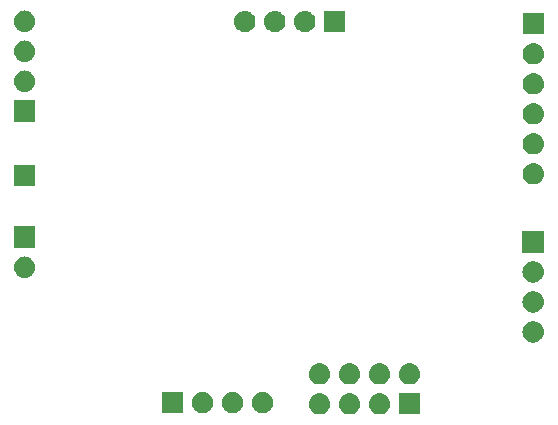
<source format=gbr>
G04 #@! TF.GenerationSoftware,KiCad,Pcbnew,5.0.2-bee76a0~70~ubuntu16.04.1*
G04 #@! TF.CreationDate,2021-02-05T17:40:51+03:00*
G04 #@! TF.ProjectId,das_auto_schema,6461735f-6175-4746-9f5f-736368656d61,rev?*
G04 #@! TF.SameCoordinates,Original*
G04 #@! TF.FileFunction,Soldermask,Bot*
G04 #@! TF.FilePolarity,Negative*
%FSLAX46Y46*%
G04 Gerber Fmt 4.6, Leading zero omitted, Abs format (unit mm)*
G04 Created by KiCad (PCBNEW 5.0.2-bee76a0~70~ubuntu16.04.1) date Fr 05 Feb 2021 17:40:51 MSK*
%MOMM*%
%LPD*%
G01*
G04 APERTURE LIST*
%ADD10C,0.100000*%
G04 APERTURE END LIST*
D10*
G36*
X144966643Y-94990519D02*
X145032827Y-94997037D01*
X145143539Y-95030621D01*
X145202667Y-95048557D01*
X145341287Y-95122652D01*
X145359191Y-95132222D01*
X145394929Y-95161552D01*
X145496386Y-95244814D01*
X145579648Y-95346271D01*
X145608978Y-95382009D01*
X145608979Y-95382011D01*
X145692643Y-95538533D01*
X145692643Y-95538534D01*
X145744163Y-95708373D01*
X145761559Y-95885000D01*
X145744163Y-96061627D01*
X145709816Y-96174853D01*
X145692643Y-96231467D01*
X145663286Y-96286389D01*
X145608978Y-96387991D01*
X145579767Y-96423585D01*
X145496386Y-96525186D01*
X145394929Y-96608448D01*
X145359191Y-96637778D01*
X145359189Y-96637779D01*
X145202667Y-96721443D01*
X145146053Y-96738616D01*
X145032827Y-96772963D01*
X144966642Y-96779482D01*
X144900460Y-96786000D01*
X144811940Y-96786000D01*
X144745758Y-96779482D01*
X144679573Y-96772963D01*
X144566347Y-96738616D01*
X144509733Y-96721443D01*
X144353211Y-96637779D01*
X144353209Y-96637778D01*
X144317471Y-96608448D01*
X144216014Y-96525186D01*
X144132633Y-96423585D01*
X144103422Y-96387991D01*
X144049114Y-96286389D01*
X144019757Y-96231467D01*
X144002584Y-96174853D01*
X143968237Y-96061627D01*
X143950841Y-95885000D01*
X143968237Y-95708373D01*
X144019757Y-95538534D01*
X144019757Y-95538533D01*
X144103421Y-95382011D01*
X144103422Y-95382009D01*
X144132752Y-95346271D01*
X144216014Y-95244814D01*
X144317471Y-95161552D01*
X144353209Y-95132222D01*
X144371113Y-95122652D01*
X144509733Y-95048557D01*
X144568861Y-95030621D01*
X144679573Y-94997037D01*
X144745757Y-94990519D01*
X144811940Y-94984000D01*
X144900460Y-94984000D01*
X144966643Y-94990519D01*
X144966643Y-94990519D01*
G37*
G36*
X150046643Y-94990519D02*
X150112827Y-94997037D01*
X150223539Y-95030621D01*
X150282667Y-95048557D01*
X150421287Y-95122652D01*
X150439191Y-95132222D01*
X150474929Y-95161552D01*
X150576386Y-95244814D01*
X150659648Y-95346271D01*
X150688978Y-95382009D01*
X150688979Y-95382011D01*
X150772643Y-95538533D01*
X150772643Y-95538534D01*
X150824163Y-95708373D01*
X150841559Y-95885000D01*
X150824163Y-96061627D01*
X150789816Y-96174853D01*
X150772643Y-96231467D01*
X150743286Y-96286389D01*
X150688978Y-96387991D01*
X150659767Y-96423585D01*
X150576386Y-96525186D01*
X150474929Y-96608448D01*
X150439191Y-96637778D01*
X150439189Y-96637779D01*
X150282667Y-96721443D01*
X150226053Y-96738616D01*
X150112827Y-96772963D01*
X150046642Y-96779482D01*
X149980460Y-96786000D01*
X149891940Y-96786000D01*
X149825758Y-96779482D01*
X149759573Y-96772963D01*
X149646347Y-96738616D01*
X149589733Y-96721443D01*
X149433211Y-96637779D01*
X149433209Y-96637778D01*
X149397471Y-96608448D01*
X149296014Y-96525186D01*
X149212633Y-96423585D01*
X149183422Y-96387991D01*
X149129114Y-96286389D01*
X149099757Y-96231467D01*
X149082584Y-96174853D01*
X149048237Y-96061627D01*
X149030841Y-95885000D01*
X149048237Y-95708373D01*
X149099757Y-95538534D01*
X149099757Y-95538533D01*
X149183421Y-95382011D01*
X149183422Y-95382009D01*
X149212752Y-95346271D01*
X149296014Y-95244814D01*
X149397471Y-95161552D01*
X149433209Y-95132222D01*
X149451113Y-95122652D01*
X149589733Y-95048557D01*
X149648861Y-95030621D01*
X149759573Y-94997037D01*
X149825757Y-94990519D01*
X149891940Y-94984000D01*
X149980460Y-94984000D01*
X150046643Y-94990519D01*
X150046643Y-94990519D01*
G37*
G36*
X153377200Y-96786000D02*
X151575200Y-96786000D01*
X151575200Y-94984000D01*
X153377200Y-94984000D01*
X153377200Y-96786000D01*
X153377200Y-96786000D01*
G37*
G36*
X147506643Y-94990519D02*
X147572827Y-94997037D01*
X147683539Y-95030621D01*
X147742667Y-95048557D01*
X147881287Y-95122652D01*
X147899191Y-95132222D01*
X147934929Y-95161552D01*
X148036386Y-95244814D01*
X148119648Y-95346271D01*
X148148978Y-95382009D01*
X148148979Y-95382011D01*
X148232643Y-95538533D01*
X148232643Y-95538534D01*
X148284163Y-95708373D01*
X148301559Y-95885000D01*
X148284163Y-96061627D01*
X148249816Y-96174853D01*
X148232643Y-96231467D01*
X148203286Y-96286389D01*
X148148978Y-96387991D01*
X148119767Y-96423585D01*
X148036386Y-96525186D01*
X147934929Y-96608448D01*
X147899191Y-96637778D01*
X147899189Y-96637779D01*
X147742667Y-96721443D01*
X147686053Y-96738616D01*
X147572827Y-96772963D01*
X147506642Y-96779482D01*
X147440460Y-96786000D01*
X147351940Y-96786000D01*
X147285758Y-96779482D01*
X147219573Y-96772963D01*
X147106347Y-96738616D01*
X147049733Y-96721443D01*
X146893211Y-96637779D01*
X146893209Y-96637778D01*
X146857471Y-96608448D01*
X146756014Y-96525186D01*
X146672633Y-96423585D01*
X146643422Y-96387991D01*
X146589114Y-96286389D01*
X146559757Y-96231467D01*
X146542584Y-96174853D01*
X146508237Y-96061627D01*
X146490841Y-95885000D01*
X146508237Y-95708373D01*
X146559757Y-95538534D01*
X146559757Y-95538533D01*
X146643421Y-95382011D01*
X146643422Y-95382009D01*
X146672752Y-95346271D01*
X146756014Y-95244814D01*
X146857471Y-95161552D01*
X146893209Y-95132222D01*
X146911113Y-95122652D01*
X147049733Y-95048557D01*
X147108861Y-95030621D01*
X147219573Y-94997037D01*
X147285757Y-94990519D01*
X147351940Y-94984000D01*
X147440460Y-94984000D01*
X147506643Y-94990519D01*
X147506643Y-94990519D01*
G37*
G36*
X135060642Y-94888918D02*
X135126827Y-94895437D01*
X135240053Y-94929784D01*
X135296667Y-94946957D01*
X135435287Y-95021052D01*
X135453191Y-95030622D01*
X135488929Y-95059952D01*
X135590386Y-95143214D01*
X135673648Y-95244671D01*
X135702978Y-95280409D01*
X135702979Y-95280411D01*
X135786643Y-95436933D01*
X135786643Y-95436934D01*
X135838163Y-95606773D01*
X135855559Y-95783400D01*
X135838163Y-95960027D01*
X135807344Y-96061625D01*
X135786643Y-96129867D01*
X135732336Y-96231466D01*
X135702978Y-96286391D01*
X135673648Y-96322129D01*
X135590386Y-96423586D01*
X135488929Y-96506848D01*
X135453191Y-96536178D01*
X135453189Y-96536179D01*
X135296667Y-96619843D01*
X135240053Y-96637016D01*
X135126827Y-96671363D01*
X135060643Y-96677881D01*
X134994460Y-96684400D01*
X134905940Y-96684400D01*
X134839758Y-96677882D01*
X134773573Y-96671363D01*
X134660347Y-96637016D01*
X134603733Y-96619843D01*
X134447211Y-96536179D01*
X134447209Y-96536178D01*
X134411471Y-96506848D01*
X134310014Y-96423586D01*
X134226752Y-96322129D01*
X134197422Y-96286391D01*
X134168064Y-96231466D01*
X134113757Y-96129867D01*
X134093056Y-96061625D01*
X134062237Y-95960027D01*
X134044841Y-95783400D01*
X134062237Y-95606773D01*
X134113757Y-95436934D01*
X134113757Y-95436933D01*
X134197421Y-95280411D01*
X134197422Y-95280409D01*
X134226752Y-95244671D01*
X134310014Y-95143214D01*
X134411471Y-95059952D01*
X134447209Y-95030622D01*
X134465113Y-95021052D01*
X134603733Y-94946957D01*
X134660347Y-94929784D01*
X134773573Y-94895437D01*
X134839758Y-94888918D01*
X134905940Y-94882400D01*
X134994460Y-94882400D01*
X135060642Y-94888918D01*
X135060642Y-94888918D01*
G37*
G36*
X140140642Y-94888918D02*
X140206827Y-94895437D01*
X140320053Y-94929784D01*
X140376667Y-94946957D01*
X140515287Y-95021052D01*
X140533191Y-95030622D01*
X140568929Y-95059952D01*
X140670386Y-95143214D01*
X140753648Y-95244671D01*
X140782978Y-95280409D01*
X140782979Y-95280411D01*
X140866643Y-95436933D01*
X140866643Y-95436934D01*
X140918163Y-95606773D01*
X140935559Y-95783400D01*
X140918163Y-95960027D01*
X140887344Y-96061625D01*
X140866643Y-96129867D01*
X140812336Y-96231466D01*
X140782978Y-96286391D01*
X140753648Y-96322129D01*
X140670386Y-96423586D01*
X140568929Y-96506848D01*
X140533191Y-96536178D01*
X140533189Y-96536179D01*
X140376667Y-96619843D01*
X140320053Y-96637016D01*
X140206827Y-96671363D01*
X140140643Y-96677881D01*
X140074460Y-96684400D01*
X139985940Y-96684400D01*
X139919758Y-96677882D01*
X139853573Y-96671363D01*
X139740347Y-96637016D01*
X139683733Y-96619843D01*
X139527211Y-96536179D01*
X139527209Y-96536178D01*
X139491471Y-96506848D01*
X139390014Y-96423586D01*
X139306752Y-96322129D01*
X139277422Y-96286391D01*
X139248064Y-96231466D01*
X139193757Y-96129867D01*
X139173056Y-96061625D01*
X139142237Y-95960027D01*
X139124841Y-95783400D01*
X139142237Y-95606773D01*
X139193757Y-95436934D01*
X139193757Y-95436933D01*
X139277421Y-95280411D01*
X139277422Y-95280409D01*
X139306752Y-95244671D01*
X139390014Y-95143214D01*
X139491471Y-95059952D01*
X139527209Y-95030622D01*
X139545113Y-95021052D01*
X139683733Y-94946957D01*
X139740347Y-94929784D01*
X139853573Y-94895437D01*
X139919758Y-94888918D01*
X139985940Y-94882400D01*
X140074460Y-94882400D01*
X140140642Y-94888918D01*
X140140642Y-94888918D01*
G37*
G36*
X137600642Y-94888918D02*
X137666827Y-94895437D01*
X137780053Y-94929784D01*
X137836667Y-94946957D01*
X137975287Y-95021052D01*
X137993191Y-95030622D01*
X138028929Y-95059952D01*
X138130386Y-95143214D01*
X138213648Y-95244671D01*
X138242978Y-95280409D01*
X138242979Y-95280411D01*
X138326643Y-95436933D01*
X138326643Y-95436934D01*
X138378163Y-95606773D01*
X138395559Y-95783400D01*
X138378163Y-95960027D01*
X138347344Y-96061625D01*
X138326643Y-96129867D01*
X138272336Y-96231466D01*
X138242978Y-96286391D01*
X138213648Y-96322129D01*
X138130386Y-96423586D01*
X138028929Y-96506848D01*
X137993191Y-96536178D01*
X137993189Y-96536179D01*
X137836667Y-96619843D01*
X137780053Y-96637016D01*
X137666827Y-96671363D01*
X137600643Y-96677881D01*
X137534460Y-96684400D01*
X137445940Y-96684400D01*
X137379758Y-96677882D01*
X137313573Y-96671363D01*
X137200347Y-96637016D01*
X137143733Y-96619843D01*
X136987211Y-96536179D01*
X136987209Y-96536178D01*
X136951471Y-96506848D01*
X136850014Y-96423586D01*
X136766752Y-96322129D01*
X136737422Y-96286391D01*
X136708064Y-96231466D01*
X136653757Y-96129867D01*
X136633056Y-96061625D01*
X136602237Y-95960027D01*
X136584841Y-95783400D01*
X136602237Y-95606773D01*
X136653757Y-95436934D01*
X136653757Y-95436933D01*
X136737421Y-95280411D01*
X136737422Y-95280409D01*
X136766752Y-95244671D01*
X136850014Y-95143214D01*
X136951471Y-95059952D01*
X136987209Y-95030622D01*
X137005113Y-95021052D01*
X137143733Y-94946957D01*
X137200347Y-94929784D01*
X137313573Y-94895437D01*
X137379758Y-94888918D01*
X137445940Y-94882400D01*
X137534460Y-94882400D01*
X137600642Y-94888918D01*
X137600642Y-94888918D01*
G37*
G36*
X133311200Y-96684400D02*
X131509200Y-96684400D01*
X131509200Y-94882400D01*
X133311200Y-94882400D01*
X133311200Y-96684400D01*
X133311200Y-96684400D01*
G37*
G36*
X152586643Y-92450519D02*
X152652827Y-92457037D01*
X152766053Y-92491384D01*
X152822667Y-92508557D01*
X152961287Y-92582652D01*
X152979191Y-92592222D01*
X153014929Y-92621552D01*
X153116386Y-92704814D01*
X153199648Y-92806271D01*
X153228978Y-92842009D01*
X153228979Y-92842011D01*
X153312643Y-92998533D01*
X153312643Y-92998534D01*
X153364163Y-93168373D01*
X153381559Y-93345000D01*
X153364163Y-93521627D01*
X153329816Y-93634853D01*
X153312643Y-93691467D01*
X153238548Y-93830087D01*
X153228978Y-93847991D01*
X153199648Y-93883729D01*
X153116386Y-93985186D01*
X153014929Y-94068448D01*
X152979191Y-94097778D01*
X152979189Y-94097779D01*
X152822667Y-94181443D01*
X152766053Y-94198616D01*
X152652827Y-94232963D01*
X152586643Y-94239481D01*
X152520460Y-94246000D01*
X152431940Y-94246000D01*
X152365757Y-94239481D01*
X152299573Y-94232963D01*
X152186347Y-94198616D01*
X152129733Y-94181443D01*
X151973211Y-94097779D01*
X151973209Y-94097778D01*
X151937471Y-94068448D01*
X151836014Y-93985186D01*
X151752752Y-93883729D01*
X151723422Y-93847991D01*
X151713852Y-93830087D01*
X151639757Y-93691467D01*
X151622584Y-93634853D01*
X151588237Y-93521627D01*
X151570841Y-93345000D01*
X151588237Y-93168373D01*
X151639757Y-92998534D01*
X151639757Y-92998533D01*
X151723421Y-92842011D01*
X151723422Y-92842009D01*
X151752752Y-92806271D01*
X151836014Y-92704814D01*
X151937471Y-92621552D01*
X151973209Y-92592222D01*
X151991113Y-92582652D01*
X152129733Y-92508557D01*
X152186347Y-92491384D01*
X152299573Y-92457037D01*
X152365757Y-92450519D01*
X152431940Y-92444000D01*
X152520460Y-92444000D01*
X152586643Y-92450519D01*
X152586643Y-92450519D01*
G37*
G36*
X150046643Y-92450519D02*
X150112827Y-92457037D01*
X150226053Y-92491384D01*
X150282667Y-92508557D01*
X150421287Y-92582652D01*
X150439191Y-92592222D01*
X150474929Y-92621552D01*
X150576386Y-92704814D01*
X150659648Y-92806271D01*
X150688978Y-92842009D01*
X150688979Y-92842011D01*
X150772643Y-92998533D01*
X150772643Y-92998534D01*
X150824163Y-93168373D01*
X150841559Y-93345000D01*
X150824163Y-93521627D01*
X150789816Y-93634853D01*
X150772643Y-93691467D01*
X150698548Y-93830087D01*
X150688978Y-93847991D01*
X150659648Y-93883729D01*
X150576386Y-93985186D01*
X150474929Y-94068448D01*
X150439191Y-94097778D01*
X150439189Y-94097779D01*
X150282667Y-94181443D01*
X150226053Y-94198616D01*
X150112827Y-94232963D01*
X150046643Y-94239481D01*
X149980460Y-94246000D01*
X149891940Y-94246000D01*
X149825757Y-94239481D01*
X149759573Y-94232963D01*
X149646347Y-94198616D01*
X149589733Y-94181443D01*
X149433211Y-94097779D01*
X149433209Y-94097778D01*
X149397471Y-94068448D01*
X149296014Y-93985186D01*
X149212752Y-93883729D01*
X149183422Y-93847991D01*
X149173852Y-93830087D01*
X149099757Y-93691467D01*
X149082584Y-93634853D01*
X149048237Y-93521627D01*
X149030841Y-93345000D01*
X149048237Y-93168373D01*
X149099757Y-92998534D01*
X149099757Y-92998533D01*
X149183421Y-92842011D01*
X149183422Y-92842009D01*
X149212752Y-92806271D01*
X149296014Y-92704814D01*
X149397471Y-92621552D01*
X149433209Y-92592222D01*
X149451113Y-92582652D01*
X149589733Y-92508557D01*
X149646347Y-92491384D01*
X149759573Y-92457037D01*
X149825757Y-92450519D01*
X149891940Y-92444000D01*
X149980460Y-92444000D01*
X150046643Y-92450519D01*
X150046643Y-92450519D01*
G37*
G36*
X144966643Y-92450519D02*
X145032827Y-92457037D01*
X145146053Y-92491384D01*
X145202667Y-92508557D01*
X145341287Y-92582652D01*
X145359191Y-92592222D01*
X145394929Y-92621552D01*
X145496386Y-92704814D01*
X145579648Y-92806271D01*
X145608978Y-92842009D01*
X145608979Y-92842011D01*
X145692643Y-92998533D01*
X145692643Y-92998534D01*
X145744163Y-93168373D01*
X145761559Y-93345000D01*
X145744163Y-93521627D01*
X145709816Y-93634853D01*
X145692643Y-93691467D01*
X145618548Y-93830087D01*
X145608978Y-93847991D01*
X145579648Y-93883729D01*
X145496386Y-93985186D01*
X145394929Y-94068448D01*
X145359191Y-94097778D01*
X145359189Y-94097779D01*
X145202667Y-94181443D01*
X145146053Y-94198616D01*
X145032827Y-94232963D01*
X144966643Y-94239481D01*
X144900460Y-94246000D01*
X144811940Y-94246000D01*
X144745757Y-94239481D01*
X144679573Y-94232963D01*
X144566347Y-94198616D01*
X144509733Y-94181443D01*
X144353211Y-94097779D01*
X144353209Y-94097778D01*
X144317471Y-94068448D01*
X144216014Y-93985186D01*
X144132752Y-93883729D01*
X144103422Y-93847991D01*
X144093852Y-93830087D01*
X144019757Y-93691467D01*
X144002584Y-93634853D01*
X143968237Y-93521627D01*
X143950841Y-93345000D01*
X143968237Y-93168373D01*
X144019757Y-92998534D01*
X144019757Y-92998533D01*
X144103421Y-92842011D01*
X144103422Y-92842009D01*
X144132752Y-92806271D01*
X144216014Y-92704814D01*
X144317471Y-92621552D01*
X144353209Y-92592222D01*
X144371113Y-92582652D01*
X144509733Y-92508557D01*
X144566347Y-92491384D01*
X144679573Y-92457037D01*
X144745757Y-92450519D01*
X144811940Y-92444000D01*
X144900460Y-92444000D01*
X144966643Y-92450519D01*
X144966643Y-92450519D01*
G37*
G36*
X147506643Y-92450519D02*
X147572827Y-92457037D01*
X147686053Y-92491384D01*
X147742667Y-92508557D01*
X147881287Y-92582652D01*
X147899191Y-92592222D01*
X147934929Y-92621552D01*
X148036386Y-92704814D01*
X148119648Y-92806271D01*
X148148978Y-92842009D01*
X148148979Y-92842011D01*
X148232643Y-92998533D01*
X148232643Y-92998534D01*
X148284163Y-93168373D01*
X148301559Y-93345000D01*
X148284163Y-93521627D01*
X148249816Y-93634853D01*
X148232643Y-93691467D01*
X148158548Y-93830087D01*
X148148978Y-93847991D01*
X148119648Y-93883729D01*
X148036386Y-93985186D01*
X147934929Y-94068448D01*
X147899191Y-94097778D01*
X147899189Y-94097779D01*
X147742667Y-94181443D01*
X147686053Y-94198616D01*
X147572827Y-94232963D01*
X147506643Y-94239481D01*
X147440460Y-94246000D01*
X147351940Y-94246000D01*
X147285757Y-94239481D01*
X147219573Y-94232963D01*
X147106347Y-94198616D01*
X147049733Y-94181443D01*
X146893211Y-94097779D01*
X146893209Y-94097778D01*
X146857471Y-94068448D01*
X146756014Y-93985186D01*
X146672752Y-93883729D01*
X146643422Y-93847991D01*
X146633852Y-93830087D01*
X146559757Y-93691467D01*
X146542584Y-93634853D01*
X146508237Y-93521627D01*
X146490841Y-93345000D01*
X146508237Y-93168373D01*
X146559757Y-92998534D01*
X146559757Y-92998533D01*
X146643421Y-92842011D01*
X146643422Y-92842009D01*
X146672752Y-92806271D01*
X146756014Y-92704814D01*
X146857471Y-92621552D01*
X146893209Y-92592222D01*
X146911113Y-92582652D01*
X147049733Y-92508557D01*
X147106347Y-92491384D01*
X147219573Y-92457037D01*
X147285757Y-92450519D01*
X147351940Y-92444000D01*
X147440460Y-92444000D01*
X147506643Y-92450519D01*
X147506643Y-92450519D01*
G37*
G36*
X163051443Y-88919919D02*
X163117627Y-88926437D01*
X163230853Y-88960784D01*
X163287467Y-88977957D01*
X163426087Y-89052052D01*
X163443991Y-89061622D01*
X163479729Y-89090952D01*
X163581186Y-89174214D01*
X163664448Y-89275671D01*
X163693778Y-89311409D01*
X163693779Y-89311411D01*
X163777443Y-89467933D01*
X163777443Y-89467934D01*
X163828963Y-89637773D01*
X163846359Y-89814400D01*
X163828963Y-89991027D01*
X163794616Y-90104253D01*
X163777443Y-90160867D01*
X163703348Y-90299487D01*
X163693778Y-90317391D01*
X163664448Y-90353129D01*
X163581186Y-90454586D01*
X163479729Y-90537848D01*
X163443991Y-90567178D01*
X163443989Y-90567179D01*
X163287467Y-90650843D01*
X163230853Y-90668016D01*
X163117627Y-90702363D01*
X163051442Y-90708882D01*
X162985260Y-90715400D01*
X162896740Y-90715400D01*
X162830557Y-90708881D01*
X162764373Y-90702363D01*
X162651147Y-90668016D01*
X162594533Y-90650843D01*
X162438011Y-90567179D01*
X162438009Y-90567178D01*
X162402271Y-90537848D01*
X162300814Y-90454586D01*
X162217552Y-90353129D01*
X162188222Y-90317391D01*
X162178652Y-90299487D01*
X162104557Y-90160867D01*
X162087384Y-90104253D01*
X162053037Y-89991027D01*
X162035641Y-89814400D01*
X162053037Y-89637773D01*
X162104557Y-89467934D01*
X162104557Y-89467933D01*
X162188221Y-89311411D01*
X162188222Y-89311409D01*
X162217552Y-89275671D01*
X162300814Y-89174214D01*
X162402271Y-89090952D01*
X162438009Y-89061622D01*
X162455913Y-89052052D01*
X162594533Y-88977957D01*
X162651147Y-88960784D01*
X162764373Y-88926437D01*
X162830557Y-88919919D01*
X162896740Y-88913400D01*
X162985260Y-88913400D01*
X163051443Y-88919919D01*
X163051443Y-88919919D01*
G37*
G36*
X163051443Y-86379919D02*
X163117627Y-86386437D01*
X163230853Y-86420784D01*
X163287467Y-86437957D01*
X163426087Y-86512052D01*
X163443991Y-86521622D01*
X163479729Y-86550952D01*
X163581186Y-86634214D01*
X163664448Y-86735671D01*
X163693778Y-86771409D01*
X163693779Y-86771411D01*
X163777443Y-86927933D01*
X163777443Y-86927934D01*
X163828963Y-87097773D01*
X163846359Y-87274400D01*
X163828963Y-87451027D01*
X163794616Y-87564253D01*
X163777443Y-87620867D01*
X163703348Y-87759487D01*
X163693778Y-87777391D01*
X163664448Y-87813129D01*
X163581186Y-87914586D01*
X163479729Y-87997848D01*
X163443991Y-88027178D01*
X163443989Y-88027179D01*
X163287467Y-88110843D01*
X163230853Y-88128016D01*
X163117627Y-88162363D01*
X163051443Y-88168881D01*
X162985260Y-88175400D01*
X162896740Y-88175400D01*
X162830557Y-88168881D01*
X162764373Y-88162363D01*
X162651147Y-88128016D01*
X162594533Y-88110843D01*
X162438011Y-88027179D01*
X162438009Y-88027178D01*
X162402271Y-87997848D01*
X162300814Y-87914586D01*
X162217552Y-87813129D01*
X162188222Y-87777391D01*
X162178652Y-87759487D01*
X162104557Y-87620867D01*
X162087384Y-87564253D01*
X162053037Y-87451027D01*
X162035641Y-87274400D01*
X162053037Y-87097773D01*
X162104557Y-86927934D01*
X162104557Y-86927933D01*
X162188221Y-86771411D01*
X162188222Y-86771409D01*
X162217552Y-86735671D01*
X162300814Y-86634214D01*
X162402271Y-86550952D01*
X162438009Y-86521622D01*
X162455913Y-86512052D01*
X162594533Y-86437957D01*
X162651147Y-86420784D01*
X162764373Y-86386437D01*
X162830557Y-86379919D01*
X162896740Y-86373400D01*
X162985260Y-86373400D01*
X163051443Y-86379919D01*
X163051443Y-86379919D01*
G37*
G36*
X163051443Y-83839919D02*
X163117627Y-83846437D01*
X163230853Y-83880784D01*
X163287467Y-83897957D01*
X163426087Y-83972052D01*
X163443991Y-83981622D01*
X163479729Y-84010952D01*
X163581186Y-84094214D01*
X163664448Y-84195671D01*
X163693778Y-84231409D01*
X163693779Y-84231411D01*
X163777443Y-84387933D01*
X163777443Y-84387934D01*
X163828963Y-84557773D01*
X163846359Y-84734400D01*
X163828963Y-84911027D01*
X163811624Y-84968185D01*
X163777443Y-85080867D01*
X163732770Y-85164443D01*
X163693778Y-85237391D01*
X163664448Y-85273129D01*
X163581186Y-85374586D01*
X163479729Y-85457848D01*
X163443991Y-85487178D01*
X163443989Y-85487179D01*
X163287467Y-85570843D01*
X163230853Y-85588016D01*
X163117627Y-85622363D01*
X163051443Y-85628881D01*
X162985260Y-85635400D01*
X162896740Y-85635400D01*
X162830557Y-85628881D01*
X162764373Y-85622363D01*
X162651147Y-85588016D01*
X162594533Y-85570843D01*
X162438011Y-85487179D01*
X162438009Y-85487178D01*
X162402271Y-85457848D01*
X162300814Y-85374586D01*
X162217552Y-85273129D01*
X162188222Y-85237391D01*
X162149230Y-85164443D01*
X162104557Y-85080867D01*
X162070376Y-84968185D01*
X162053037Y-84911027D01*
X162035641Y-84734400D01*
X162053037Y-84557773D01*
X162104557Y-84387934D01*
X162104557Y-84387933D01*
X162188221Y-84231411D01*
X162188222Y-84231409D01*
X162217552Y-84195671D01*
X162300814Y-84094214D01*
X162402271Y-84010952D01*
X162438009Y-83981622D01*
X162455913Y-83972052D01*
X162594533Y-83897957D01*
X162651147Y-83880784D01*
X162764373Y-83846437D01*
X162830557Y-83839919D01*
X162896740Y-83833400D01*
X162985260Y-83833400D01*
X163051443Y-83839919D01*
X163051443Y-83839919D01*
G37*
G36*
X119998443Y-83433519D02*
X120064627Y-83440037D01*
X120177853Y-83474384D01*
X120234467Y-83491557D01*
X120373087Y-83565652D01*
X120390991Y-83575222D01*
X120426729Y-83604552D01*
X120528186Y-83687814D01*
X120611448Y-83789271D01*
X120640778Y-83825009D01*
X120640779Y-83825011D01*
X120724443Y-83981533D01*
X120724470Y-83981622D01*
X120775963Y-84151373D01*
X120793359Y-84328000D01*
X120775963Y-84504627D01*
X120741616Y-84617853D01*
X120724443Y-84674467D01*
X120650348Y-84813087D01*
X120640778Y-84830991D01*
X120611448Y-84866729D01*
X120528186Y-84968186D01*
X120426729Y-85051448D01*
X120390991Y-85080778D01*
X120390989Y-85080779D01*
X120234467Y-85164443D01*
X120177853Y-85181616D01*
X120064627Y-85215963D01*
X119998443Y-85222481D01*
X119932260Y-85229000D01*
X119843740Y-85229000D01*
X119777557Y-85222481D01*
X119711373Y-85215963D01*
X119598147Y-85181616D01*
X119541533Y-85164443D01*
X119385011Y-85080779D01*
X119385009Y-85080778D01*
X119349271Y-85051448D01*
X119247814Y-84968186D01*
X119164552Y-84866729D01*
X119135222Y-84830991D01*
X119125652Y-84813087D01*
X119051557Y-84674467D01*
X119034384Y-84617853D01*
X119000037Y-84504627D01*
X118982641Y-84328000D01*
X119000037Y-84151373D01*
X119051530Y-83981622D01*
X119051557Y-83981533D01*
X119135221Y-83825011D01*
X119135222Y-83825009D01*
X119164552Y-83789271D01*
X119247814Y-83687814D01*
X119349271Y-83604552D01*
X119385009Y-83575222D01*
X119402913Y-83565652D01*
X119541533Y-83491557D01*
X119598147Y-83474384D01*
X119711373Y-83440037D01*
X119777557Y-83433519D01*
X119843740Y-83427000D01*
X119932260Y-83427000D01*
X119998443Y-83433519D01*
X119998443Y-83433519D01*
G37*
G36*
X163842000Y-83095400D02*
X162040000Y-83095400D01*
X162040000Y-81293400D01*
X163842000Y-81293400D01*
X163842000Y-83095400D01*
X163842000Y-83095400D01*
G37*
G36*
X120789000Y-82689000D02*
X118987000Y-82689000D01*
X118987000Y-80887000D01*
X120789000Y-80887000D01*
X120789000Y-82689000D01*
X120789000Y-82689000D01*
G37*
G36*
X120789000Y-77482000D02*
X118987000Y-77482000D01*
X118987000Y-75680000D01*
X120789000Y-75680000D01*
X120789000Y-77482000D01*
X120789000Y-77482000D01*
G37*
G36*
X163076842Y-75534118D02*
X163143027Y-75540637D01*
X163256253Y-75574984D01*
X163312867Y-75592157D01*
X163451487Y-75666252D01*
X163469391Y-75675822D01*
X163505129Y-75705152D01*
X163606586Y-75788414D01*
X163689848Y-75889871D01*
X163719178Y-75925609D01*
X163719179Y-75925611D01*
X163802843Y-76082133D01*
X163802843Y-76082134D01*
X163854363Y-76251973D01*
X163871759Y-76428600D01*
X163854363Y-76605227D01*
X163820016Y-76718453D01*
X163802843Y-76775067D01*
X163728748Y-76913687D01*
X163719178Y-76931591D01*
X163689848Y-76967329D01*
X163606586Y-77068786D01*
X163505129Y-77152048D01*
X163469391Y-77181378D01*
X163469389Y-77181379D01*
X163312867Y-77265043D01*
X163256253Y-77282216D01*
X163143027Y-77316563D01*
X163076843Y-77323081D01*
X163010660Y-77329600D01*
X162922140Y-77329600D01*
X162855957Y-77323081D01*
X162789773Y-77316563D01*
X162676547Y-77282216D01*
X162619933Y-77265043D01*
X162463411Y-77181379D01*
X162463409Y-77181378D01*
X162427671Y-77152048D01*
X162326214Y-77068786D01*
X162242952Y-76967329D01*
X162213622Y-76931591D01*
X162204052Y-76913687D01*
X162129957Y-76775067D01*
X162112784Y-76718453D01*
X162078437Y-76605227D01*
X162061041Y-76428600D01*
X162078437Y-76251973D01*
X162129957Y-76082134D01*
X162129957Y-76082133D01*
X162213621Y-75925611D01*
X162213622Y-75925609D01*
X162242952Y-75889871D01*
X162326214Y-75788414D01*
X162427671Y-75705152D01*
X162463409Y-75675822D01*
X162481313Y-75666252D01*
X162619933Y-75592157D01*
X162676547Y-75574984D01*
X162789773Y-75540637D01*
X162855958Y-75534118D01*
X162922140Y-75527600D01*
X163010660Y-75527600D01*
X163076842Y-75534118D01*
X163076842Y-75534118D01*
G37*
G36*
X163076843Y-72994119D02*
X163143027Y-73000637D01*
X163256253Y-73034984D01*
X163312867Y-73052157D01*
X163451487Y-73126252D01*
X163469391Y-73135822D01*
X163505129Y-73165152D01*
X163606586Y-73248414D01*
X163689848Y-73349871D01*
X163719178Y-73385609D01*
X163719179Y-73385611D01*
X163802843Y-73542133D01*
X163802843Y-73542134D01*
X163854363Y-73711973D01*
X163871759Y-73888600D01*
X163854363Y-74065227D01*
X163820016Y-74178453D01*
X163802843Y-74235067D01*
X163728748Y-74373687D01*
X163719178Y-74391591D01*
X163689848Y-74427329D01*
X163606586Y-74528786D01*
X163505129Y-74612048D01*
X163469391Y-74641378D01*
X163469389Y-74641379D01*
X163312867Y-74725043D01*
X163256253Y-74742216D01*
X163143027Y-74776563D01*
X163076842Y-74783082D01*
X163010660Y-74789600D01*
X162922140Y-74789600D01*
X162855958Y-74783082D01*
X162789773Y-74776563D01*
X162676547Y-74742216D01*
X162619933Y-74725043D01*
X162463411Y-74641379D01*
X162463409Y-74641378D01*
X162427671Y-74612048D01*
X162326214Y-74528786D01*
X162242952Y-74427329D01*
X162213622Y-74391591D01*
X162204052Y-74373687D01*
X162129957Y-74235067D01*
X162112784Y-74178453D01*
X162078437Y-74065227D01*
X162061041Y-73888600D01*
X162078437Y-73711973D01*
X162129957Y-73542134D01*
X162129957Y-73542133D01*
X162213621Y-73385611D01*
X162213622Y-73385609D01*
X162242952Y-73349871D01*
X162326214Y-73248414D01*
X162427671Y-73165152D01*
X162463409Y-73135822D01*
X162481313Y-73126252D01*
X162619933Y-73052157D01*
X162676547Y-73034984D01*
X162789773Y-73000637D01*
X162855957Y-72994119D01*
X162922140Y-72987600D01*
X163010660Y-72987600D01*
X163076843Y-72994119D01*
X163076843Y-72994119D01*
G37*
G36*
X163076843Y-70454119D02*
X163143027Y-70460637D01*
X163256253Y-70494984D01*
X163312867Y-70512157D01*
X163451487Y-70586252D01*
X163469391Y-70595822D01*
X163505129Y-70625152D01*
X163606586Y-70708414D01*
X163689848Y-70809871D01*
X163719178Y-70845609D01*
X163719179Y-70845611D01*
X163802843Y-71002133D01*
X163802843Y-71002134D01*
X163854363Y-71171973D01*
X163871759Y-71348600D01*
X163854363Y-71525227D01*
X163820016Y-71638453D01*
X163802843Y-71695067D01*
X163728748Y-71833687D01*
X163719178Y-71851591D01*
X163689848Y-71887329D01*
X163606586Y-71988786D01*
X163505129Y-72072048D01*
X163469391Y-72101378D01*
X163469389Y-72101379D01*
X163312867Y-72185043D01*
X163256253Y-72202216D01*
X163143027Y-72236563D01*
X163076842Y-72243082D01*
X163010660Y-72249600D01*
X162922140Y-72249600D01*
X162855958Y-72243082D01*
X162789773Y-72236563D01*
X162676547Y-72202216D01*
X162619933Y-72185043D01*
X162463411Y-72101379D01*
X162463409Y-72101378D01*
X162427671Y-72072048D01*
X162326214Y-71988786D01*
X162242952Y-71887329D01*
X162213622Y-71851591D01*
X162204052Y-71833687D01*
X162129957Y-71695067D01*
X162112784Y-71638453D01*
X162078437Y-71525227D01*
X162061041Y-71348600D01*
X162078437Y-71171973D01*
X162129957Y-71002134D01*
X162129957Y-71002133D01*
X162213621Y-70845611D01*
X162213622Y-70845609D01*
X162242952Y-70809871D01*
X162326214Y-70708414D01*
X162427671Y-70625152D01*
X162463409Y-70595822D01*
X162481313Y-70586252D01*
X162619933Y-70512157D01*
X162676547Y-70494984D01*
X162789773Y-70460637D01*
X162855957Y-70454119D01*
X162922140Y-70447600D01*
X163010660Y-70447600D01*
X163076843Y-70454119D01*
X163076843Y-70454119D01*
G37*
G36*
X120789000Y-72021000D02*
X118987000Y-72021000D01*
X118987000Y-70219000D01*
X120789000Y-70219000D01*
X120789000Y-72021000D01*
X120789000Y-72021000D01*
G37*
G36*
X163076842Y-67914118D02*
X163143027Y-67920637D01*
X163256253Y-67954984D01*
X163312867Y-67972157D01*
X163451487Y-68046252D01*
X163469391Y-68055822D01*
X163505129Y-68085152D01*
X163606586Y-68168414D01*
X163689848Y-68269871D01*
X163719178Y-68305609D01*
X163719179Y-68305611D01*
X163802843Y-68462133D01*
X163802843Y-68462134D01*
X163854363Y-68631973D01*
X163871759Y-68808600D01*
X163854363Y-68985227D01*
X163824707Y-69082989D01*
X163802843Y-69155067D01*
X163728748Y-69293687D01*
X163719178Y-69311591D01*
X163701790Y-69332778D01*
X163606586Y-69448786D01*
X163505129Y-69532048D01*
X163469391Y-69561378D01*
X163469389Y-69561379D01*
X163312867Y-69645043D01*
X163256253Y-69662216D01*
X163143027Y-69696563D01*
X163076842Y-69703082D01*
X163010660Y-69709600D01*
X162922140Y-69709600D01*
X162855958Y-69703082D01*
X162789773Y-69696563D01*
X162676547Y-69662216D01*
X162619933Y-69645043D01*
X162463411Y-69561379D01*
X162463409Y-69561378D01*
X162427671Y-69532048D01*
X162326214Y-69448786D01*
X162231010Y-69332778D01*
X162213622Y-69311591D01*
X162204052Y-69293687D01*
X162129957Y-69155067D01*
X162108093Y-69082989D01*
X162078437Y-68985227D01*
X162061041Y-68808600D01*
X162078437Y-68631973D01*
X162129957Y-68462134D01*
X162129957Y-68462133D01*
X162213621Y-68305611D01*
X162213622Y-68305609D01*
X162242952Y-68269871D01*
X162326214Y-68168414D01*
X162427671Y-68085152D01*
X162463409Y-68055822D01*
X162481313Y-68046252D01*
X162619933Y-67972157D01*
X162676547Y-67954984D01*
X162789773Y-67920637D01*
X162855958Y-67914118D01*
X162922140Y-67907600D01*
X163010660Y-67907600D01*
X163076842Y-67914118D01*
X163076842Y-67914118D01*
G37*
G36*
X119998443Y-67685519D02*
X120064627Y-67692037D01*
X120177853Y-67726384D01*
X120234467Y-67743557D01*
X120373087Y-67817652D01*
X120390991Y-67827222D01*
X120426729Y-67856552D01*
X120528186Y-67939814D01*
X120611448Y-68041271D01*
X120640778Y-68077009D01*
X120640779Y-68077011D01*
X120724443Y-68233533D01*
X120724443Y-68233534D01*
X120775963Y-68403373D01*
X120793359Y-68580000D01*
X120775963Y-68756627D01*
X120760197Y-68808600D01*
X120724443Y-68926467D01*
X120650348Y-69065087D01*
X120640778Y-69082991D01*
X120611448Y-69118729D01*
X120528186Y-69220186D01*
X120426729Y-69303448D01*
X120390991Y-69332778D01*
X120390989Y-69332779D01*
X120234467Y-69416443D01*
X120177853Y-69433616D01*
X120064627Y-69467963D01*
X119998442Y-69474482D01*
X119932260Y-69481000D01*
X119843740Y-69481000D01*
X119777558Y-69474482D01*
X119711373Y-69467963D01*
X119598147Y-69433616D01*
X119541533Y-69416443D01*
X119385011Y-69332779D01*
X119385009Y-69332778D01*
X119349271Y-69303448D01*
X119247814Y-69220186D01*
X119164552Y-69118729D01*
X119135222Y-69082991D01*
X119125652Y-69065087D01*
X119051557Y-68926467D01*
X119015803Y-68808600D01*
X119000037Y-68756627D01*
X118982641Y-68580000D01*
X119000037Y-68403373D01*
X119051557Y-68233534D01*
X119051557Y-68233533D01*
X119135221Y-68077011D01*
X119135222Y-68077009D01*
X119164552Y-68041271D01*
X119247814Y-67939814D01*
X119349271Y-67856552D01*
X119385009Y-67827222D01*
X119402913Y-67817652D01*
X119541533Y-67743557D01*
X119598147Y-67726384D01*
X119711373Y-67692037D01*
X119777557Y-67685519D01*
X119843740Y-67679000D01*
X119932260Y-67679000D01*
X119998443Y-67685519D01*
X119998443Y-67685519D01*
G37*
G36*
X163076842Y-65374118D02*
X163143027Y-65380637D01*
X163256253Y-65414984D01*
X163312867Y-65432157D01*
X163451487Y-65506252D01*
X163469391Y-65515822D01*
X163505129Y-65545152D01*
X163606586Y-65628414D01*
X163689848Y-65729871D01*
X163719178Y-65765609D01*
X163719179Y-65765611D01*
X163802843Y-65922133D01*
X163802843Y-65922134D01*
X163854363Y-66091973D01*
X163871759Y-66268600D01*
X163854363Y-66445227D01*
X163824707Y-66542989D01*
X163802843Y-66615067D01*
X163728748Y-66753687D01*
X163719178Y-66771591D01*
X163701790Y-66792778D01*
X163606586Y-66908786D01*
X163505129Y-66992048D01*
X163469391Y-67021378D01*
X163469389Y-67021379D01*
X163312867Y-67105043D01*
X163256253Y-67122216D01*
X163143027Y-67156563D01*
X163076843Y-67163081D01*
X163010660Y-67169600D01*
X162922140Y-67169600D01*
X162855957Y-67163081D01*
X162789773Y-67156563D01*
X162676547Y-67122216D01*
X162619933Y-67105043D01*
X162463411Y-67021379D01*
X162463409Y-67021378D01*
X162427671Y-66992048D01*
X162326214Y-66908786D01*
X162231010Y-66792778D01*
X162213622Y-66771591D01*
X162204052Y-66753687D01*
X162129957Y-66615067D01*
X162108093Y-66542989D01*
X162078437Y-66445227D01*
X162061041Y-66268600D01*
X162078437Y-66091973D01*
X162129957Y-65922134D01*
X162129957Y-65922133D01*
X162213621Y-65765611D01*
X162213622Y-65765609D01*
X162242952Y-65729871D01*
X162326214Y-65628414D01*
X162427671Y-65545152D01*
X162463409Y-65515822D01*
X162481313Y-65506252D01*
X162619933Y-65432157D01*
X162676547Y-65414984D01*
X162789773Y-65380637D01*
X162855958Y-65374118D01*
X162922140Y-65367600D01*
X163010660Y-65367600D01*
X163076842Y-65374118D01*
X163076842Y-65374118D01*
G37*
G36*
X119998442Y-65145518D02*
X120064627Y-65152037D01*
X120177853Y-65186384D01*
X120234467Y-65203557D01*
X120373087Y-65277652D01*
X120390991Y-65287222D01*
X120426729Y-65316552D01*
X120528186Y-65399814D01*
X120611448Y-65501271D01*
X120640778Y-65537009D01*
X120640779Y-65537011D01*
X120724443Y-65693533D01*
X120724443Y-65693534D01*
X120775963Y-65863373D01*
X120793359Y-66040000D01*
X120775963Y-66216627D01*
X120760197Y-66268600D01*
X120724443Y-66386467D01*
X120650348Y-66525087D01*
X120640778Y-66542991D01*
X120611448Y-66578729D01*
X120528186Y-66680186D01*
X120426729Y-66763448D01*
X120390991Y-66792778D01*
X120390989Y-66792779D01*
X120234467Y-66876443D01*
X120177853Y-66893616D01*
X120064627Y-66927963D01*
X119998442Y-66934482D01*
X119932260Y-66941000D01*
X119843740Y-66941000D01*
X119777558Y-66934482D01*
X119711373Y-66927963D01*
X119598147Y-66893616D01*
X119541533Y-66876443D01*
X119385011Y-66792779D01*
X119385009Y-66792778D01*
X119349271Y-66763448D01*
X119247814Y-66680186D01*
X119164552Y-66578729D01*
X119135222Y-66542991D01*
X119125652Y-66525087D01*
X119051557Y-66386467D01*
X119015803Y-66268600D01*
X119000037Y-66216627D01*
X118982641Y-66040000D01*
X119000037Y-65863373D01*
X119051557Y-65693534D01*
X119051557Y-65693533D01*
X119135221Y-65537011D01*
X119135222Y-65537009D01*
X119164552Y-65501271D01*
X119247814Y-65399814D01*
X119349271Y-65316552D01*
X119385009Y-65287222D01*
X119402913Y-65277652D01*
X119541533Y-65203557D01*
X119598147Y-65186384D01*
X119711373Y-65152037D01*
X119777558Y-65145518D01*
X119843740Y-65139000D01*
X119932260Y-65139000D01*
X119998442Y-65145518D01*
X119998442Y-65145518D01*
G37*
G36*
X163867400Y-64629600D02*
X162065400Y-64629600D01*
X162065400Y-62827600D01*
X163867400Y-62827600D01*
X163867400Y-64629600D01*
X163867400Y-64629600D01*
G37*
G36*
X138642042Y-62630918D02*
X138708227Y-62637437D01*
X138794333Y-62663557D01*
X138878067Y-62688957D01*
X139016687Y-62763052D01*
X139034591Y-62772622D01*
X139070329Y-62801952D01*
X139171786Y-62885214D01*
X139255048Y-62986671D01*
X139284378Y-63022409D01*
X139284379Y-63022411D01*
X139368043Y-63178933D01*
X139368043Y-63178934D01*
X139419563Y-63348773D01*
X139436959Y-63525400D01*
X139419563Y-63702027D01*
X139385216Y-63815253D01*
X139368043Y-63871867D01*
X139297956Y-64002989D01*
X139284378Y-64028391D01*
X139255048Y-64064129D01*
X139171786Y-64165586D01*
X139070329Y-64248848D01*
X139034591Y-64278178D01*
X139034589Y-64278179D01*
X138878067Y-64361843D01*
X138821453Y-64379016D01*
X138708227Y-64413363D01*
X138642043Y-64419881D01*
X138575860Y-64426400D01*
X138487340Y-64426400D01*
X138421157Y-64419881D01*
X138354973Y-64413363D01*
X138241747Y-64379016D01*
X138185133Y-64361843D01*
X138028611Y-64278179D01*
X138028609Y-64278178D01*
X137992871Y-64248848D01*
X137891414Y-64165586D01*
X137808152Y-64064129D01*
X137778822Y-64028391D01*
X137765244Y-64002989D01*
X137695157Y-63871867D01*
X137677984Y-63815253D01*
X137643637Y-63702027D01*
X137626241Y-63525400D01*
X137643637Y-63348773D01*
X137695157Y-63178934D01*
X137695157Y-63178933D01*
X137778821Y-63022411D01*
X137778822Y-63022409D01*
X137808152Y-62986671D01*
X137891414Y-62885214D01*
X137992871Y-62801952D01*
X138028609Y-62772622D01*
X138046513Y-62763052D01*
X138185133Y-62688957D01*
X138268867Y-62663557D01*
X138354973Y-62637437D01*
X138421158Y-62630918D01*
X138487340Y-62624400D01*
X138575860Y-62624400D01*
X138642042Y-62630918D01*
X138642042Y-62630918D01*
G37*
G36*
X141182042Y-62630918D02*
X141248227Y-62637437D01*
X141334333Y-62663557D01*
X141418067Y-62688957D01*
X141556687Y-62763052D01*
X141574591Y-62772622D01*
X141610329Y-62801952D01*
X141711786Y-62885214D01*
X141795048Y-62986671D01*
X141824378Y-63022409D01*
X141824379Y-63022411D01*
X141908043Y-63178933D01*
X141908043Y-63178934D01*
X141959563Y-63348773D01*
X141976959Y-63525400D01*
X141959563Y-63702027D01*
X141925216Y-63815253D01*
X141908043Y-63871867D01*
X141837956Y-64002989D01*
X141824378Y-64028391D01*
X141795048Y-64064129D01*
X141711786Y-64165586D01*
X141610329Y-64248848D01*
X141574591Y-64278178D01*
X141574589Y-64278179D01*
X141418067Y-64361843D01*
X141361453Y-64379016D01*
X141248227Y-64413363D01*
X141182043Y-64419881D01*
X141115860Y-64426400D01*
X141027340Y-64426400D01*
X140961157Y-64419881D01*
X140894973Y-64413363D01*
X140781747Y-64379016D01*
X140725133Y-64361843D01*
X140568611Y-64278179D01*
X140568609Y-64278178D01*
X140532871Y-64248848D01*
X140431414Y-64165586D01*
X140348152Y-64064129D01*
X140318822Y-64028391D01*
X140305244Y-64002989D01*
X140235157Y-63871867D01*
X140217984Y-63815253D01*
X140183637Y-63702027D01*
X140166241Y-63525400D01*
X140183637Y-63348773D01*
X140235157Y-63178934D01*
X140235157Y-63178933D01*
X140318821Y-63022411D01*
X140318822Y-63022409D01*
X140348152Y-62986671D01*
X140431414Y-62885214D01*
X140532871Y-62801952D01*
X140568609Y-62772622D01*
X140586513Y-62763052D01*
X140725133Y-62688957D01*
X140808867Y-62663557D01*
X140894973Y-62637437D01*
X140961158Y-62630918D01*
X141027340Y-62624400D01*
X141115860Y-62624400D01*
X141182042Y-62630918D01*
X141182042Y-62630918D01*
G37*
G36*
X143722042Y-62630918D02*
X143788227Y-62637437D01*
X143874333Y-62663557D01*
X143958067Y-62688957D01*
X144096687Y-62763052D01*
X144114591Y-62772622D01*
X144150329Y-62801952D01*
X144251786Y-62885214D01*
X144335048Y-62986671D01*
X144364378Y-63022409D01*
X144364379Y-63022411D01*
X144448043Y-63178933D01*
X144448043Y-63178934D01*
X144499563Y-63348773D01*
X144516959Y-63525400D01*
X144499563Y-63702027D01*
X144465216Y-63815253D01*
X144448043Y-63871867D01*
X144377956Y-64002989D01*
X144364378Y-64028391D01*
X144335048Y-64064129D01*
X144251786Y-64165586D01*
X144150329Y-64248848D01*
X144114591Y-64278178D01*
X144114589Y-64278179D01*
X143958067Y-64361843D01*
X143901453Y-64379016D01*
X143788227Y-64413363D01*
X143722043Y-64419881D01*
X143655860Y-64426400D01*
X143567340Y-64426400D01*
X143501157Y-64419881D01*
X143434973Y-64413363D01*
X143321747Y-64379016D01*
X143265133Y-64361843D01*
X143108611Y-64278179D01*
X143108609Y-64278178D01*
X143072871Y-64248848D01*
X142971414Y-64165586D01*
X142888152Y-64064129D01*
X142858822Y-64028391D01*
X142845244Y-64002989D01*
X142775157Y-63871867D01*
X142757984Y-63815253D01*
X142723637Y-63702027D01*
X142706241Y-63525400D01*
X142723637Y-63348773D01*
X142775157Y-63178934D01*
X142775157Y-63178933D01*
X142858821Y-63022411D01*
X142858822Y-63022409D01*
X142888152Y-62986671D01*
X142971414Y-62885214D01*
X143072871Y-62801952D01*
X143108609Y-62772622D01*
X143126513Y-62763052D01*
X143265133Y-62688957D01*
X143348867Y-62663557D01*
X143434973Y-62637437D01*
X143501158Y-62630918D01*
X143567340Y-62624400D01*
X143655860Y-62624400D01*
X143722042Y-62630918D01*
X143722042Y-62630918D01*
G37*
G36*
X147052600Y-64426400D02*
X145250600Y-64426400D01*
X145250600Y-62624400D01*
X147052600Y-62624400D01*
X147052600Y-64426400D01*
X147052600Y-64426400D01*
G37*
G36*
X119998442Y-62605518D02*
X120064627Y-62612037D01*
X120177853Y-62646384D01*
X120234467Y-62663557D01*
X120281986Y-62688957D01*
X120390991Y-62747222D01*
X120421941Y-62772622D01*
X120528186Y-62859814D01*
X120611448Y-62961271D01*
X120640778Y-62997009D01*
X120640779Y-62997011D01*
X120724443Y-63153533D01*
X120724443Y-63153534D01*
X120775963Y-63323373D01*
X120793359Y-63500000D01*
X120775963Y-63676627D01*
X120768258Y-63702027D01*
X120724443Y-63846467D01*
X120710866Y-63871867D01*
X120640778Y-64002991D01*
X120611448Y-64038729D01*
X120528186Y-64140186D01*
X120426729Y-64223448D01*
X120390991Y-64252778D01*
X120390989Y-64252779D01*
X120234467Y-64336443D01*
X120177853Y-64353616D01*
X120064627Y-64387963D01*
X119998442Y-64394482D01*
X119932260Y-64401000D01*
X119843740Y-64401000D01*
X119777558Y-64394482D01*
X119711373Y-64387963D01*
X119598147Y-64353616D01*
X119541533Y-64336443D01*
X119385011Y-64252779D01*
X119385009Y-64252778D01*
X119349271Y-64223448D01*
X119247814Y-64140186D01*
X119164552Y-64038729D01*
X119135222Y-64002991D01*
X119065134Y-63871867D01*
X119051557Y-63846467D01*
X119007742Y-63702027D01*
X119000037Y-63676627D01*
X118982641Y-63500000D01*
X119000037Y-63323373D01*
X119051557Y-63153534D01*
X119051557Y-63153533D01*
X119135221Y-62997011D01*
X119135222Y-62997009D01*
X119164552Y-62961271D01*
X119247814Y-62859814D01*
X119354059Y-62772622D01*
X119385009Y-62747222D01*
X119494014Y-62688957D01*
X119541533Y-62663557D01*
X119598147Y-62646384D01*
X119711373Y-62612037D01*
X119777558Y-62605518D01*
X119843740Y-62599000D01*
X119932260Y-62599000D01*
X119998442Y-62605518D01*
X119998442Y-62605518D01*
G37*
M02*

</source>
